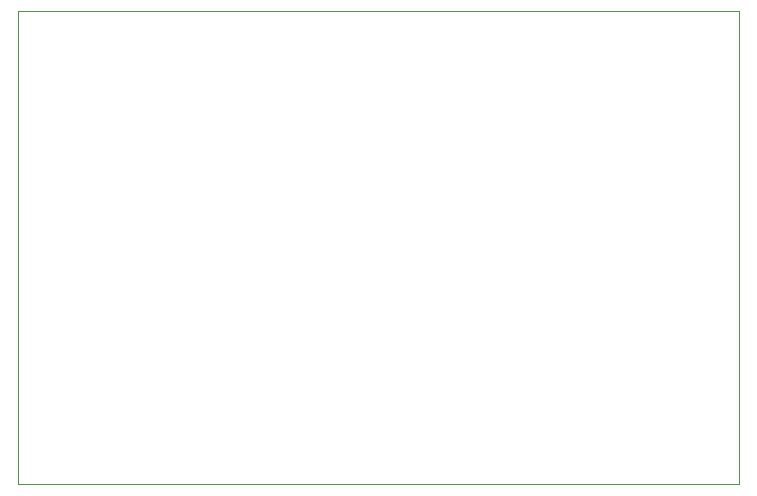
<source format=gm1>
G04 #@! TF.GenerationSoftware,KiCad,Pcbnew,8.0.1-1.fc39*
G04 #@! TF.CreationDate,2024-04-14T17:27:16+03:00*
G04 #@! TF.ProjectId,Regulator_PCB_VerA_rev0.1,52656775-6c61-4746-9f72-5f5043425f56,0.1*
G04 #@! TF.SameCoordinates,Original*
G04 #@! TF.FileFunction,Profile,NP*
%FSLAX46Y46*%
G04 Gerber Fmt 4.6, Leading zero omitted, Abs format (unit mm)*
G04 Created by KiCad (PCBNEW 8.0.1-1.fc39) date 2024-04-14 17:27:16*
%MOMM*%
%LPD*%
G01*
G04 APERTURE LIST*
G04 #@! TA.AperFunction,Profile*
%ADD10C,0.050000*%
G04 #@! TD*
G04 APERTURE END LIST*
D10*
X100000000Y-100000000D02*
X161000000Y-100000000D01*
X161000000Y-140000000D01*
X100000000Y-140000000D01*
X100000000Y-100000000D01*
M02*

</source>
